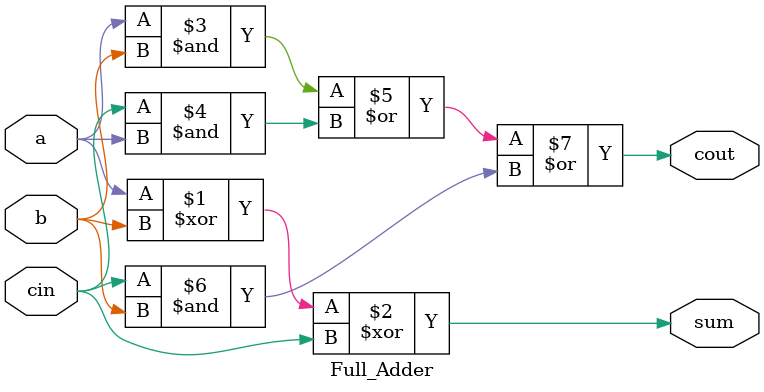
<source format=v>
module Full_Adder(a,b,cin,cout,sum);
	input a,b,cin;
	output cout,sum;
	
	assign sum = a^b^cin;
	assign cout = (a&b)|(cin&a)|(cin&b);
	

endmodule
</source>
